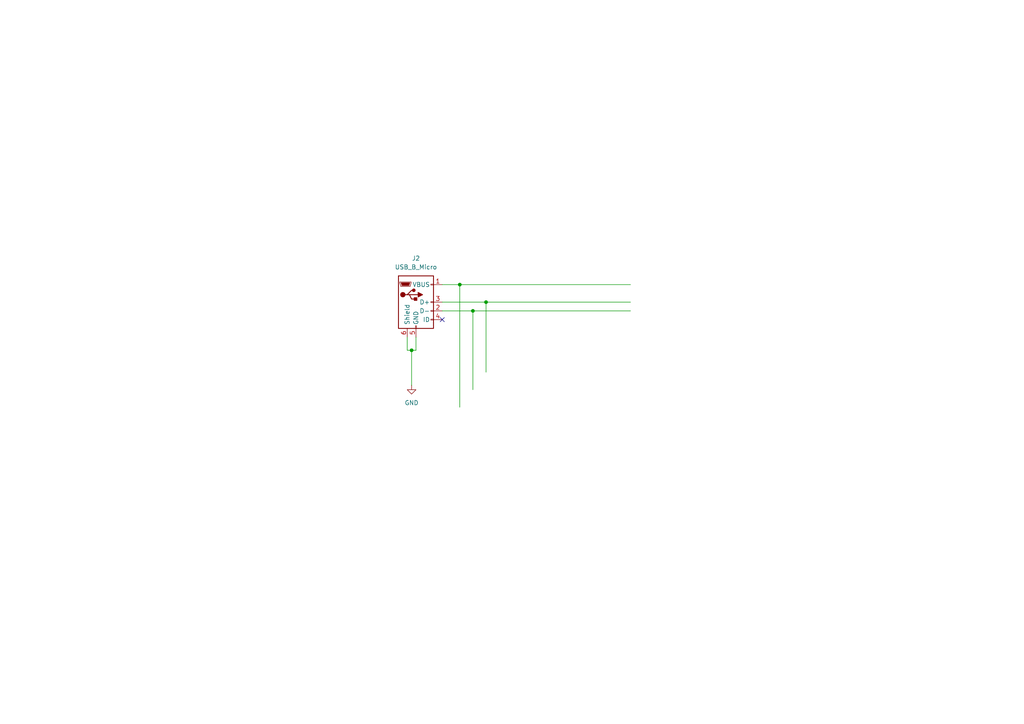
<source format=kicad_sch>
(kicad_sch (version 20250114) (generator "eeschema") (generator_version "9.0")
  (paper "A4")
  (lib_symbols
    (symbol "Connector:USB_B_Micro" (pin_names (offset 1.016))
      (property "Reference" "J2" (at 0 12.7 0))
      (property "Value" "USB_B_Micro" (at 0 10.16 0))
      (symbol "USB_B_Micro_0_1"
        (rectangle (start -5.08 7.62) (end 5.08 -7.62) (stroke (width 0.254)))
        (polyline (pts (xy -4.699 5.842) (xy -4.699 5.588) (xy -4.445 4.826) (xy -4.445 4.572) (xy -1.651 4.572) (xy -1.651 4.826) (xy -1.397 5.588) (xy -1.397 5.842) (xy -4.699 5.842)))
        (polyline (pts (xy -4.318 5.588) (xy -1.778 5.588) (xy -2.032 4.826) (xy -4.064 4.826) (xy -4.318 5.588)) (fill (type outline)))
        (circle (center -3.81 2.159) (radius 0.635) (stroke (width 0.254)) (fill (type outline)))
        (polyline (pts (xy -3.175 2.159) (xy -2.54 2.159) (xy -1.27 3.429) (xy -0.635 3.429)) (stroke (width 0.254)))
        (polyline (pts (xy -2.54 2.159) (xy -1.905 2.159) (xy -1.27 0.889) (xy 0 0.889)) (stroke (width 0.254)))
        (polyline (pts (xy -1.905 2.159) (xy 0.635 2.159)) (stroke (width 0.254)))
        (circle (center -0.635 3.429) (radius 0.381) (stroke (width 0.254)) (fill (type outline)))
        (rectangle (start -0.127 -7.62) (end 0.127 -6.858))
        (rectangle (start 0.254 1.27) (end -0.508 0.508) (stroke (width 0.254)) (fill (type outline)))
        (polyline (pts (xy 0.635 2.794) (xy 0.635 1.524) (xy 1.905 2.159) (xy 0.635 2.794)) (stroke (width 0.254)) (fill (type outline)))
        (rectangle (start 5.08 4.953) (end 4.318 5.207))
        (rectangle (start 5.08 -0.127) (end 4.318 0.127))
        (rectangle (start 5.08 -2.667) (end 4.318 -2.413))
        (rectangle (start 5.08 -5.207) (end 4.318 -4.953))
      )
      (symbol "USB_B_Micro_1_1"
        (pin passive line (at -2.54 -10.16 90) (length 2.54) (name "Shield") (number "6"))
        (pin power_out line (at 0 -10.16 90) (length 2.54) (name "GND") (number "5"))
        (pin power_out line (at 7.62 5.08 180) (length 2.54) (name "VBUS") (number "1"))
        (pin bidirectional line (at 7.62 0 180) (length 2.54) (name "D+") (number "3"))
        (pin bidirectional line (at 7.62 -2.54 180) (length 2.54) (name "D-") (number "2"))
        (pin passive line (at 7.62 -5.08 180) (length 2.54) (name "ID") (number "4"))
      )
    )
    (symbol "power:GND" (power) (pin_numbers (hide yes)) (pin_names (offset 0) (hide yes))
      (property "Value" "GND" (at 0 -3.81 0))
      (symbol "GND_0_1"
        (polyline (pts (xy 0 0) (xy 0 -1.27) (xy 1.27 -1.27) (xy 0 -2.54) (xy -1.27 -1.27) (xy 0 -1.27)))
      )
      (symbol "GND_1_1"
        (pin power_in line (at 0 0 270) (length 0) (name "~") (number "1"))
      )
    )
  )
  (junction (at 133.35 82.55))
  (junction (at 137.16 90.17))
  (junction (at 140.97 87.63))
  (junction (at 119.38 101.6))
  (no_connect (at 128.27 92.71))
  (wire (pts (xy 133.35 82.55) (xy 133.35 118.11)))
  (wire (pts (xy 137.16 90.17) (xy 137.16 113.03)))
  (wire (pts (xy 118.11 97.79) (xy 118.11 101.6)))
  (wire (pts (xy 133.35 82.55) (xy 182.88 82.55)))
  (wire (pts (xy 128.27 90.17) (xy 137.16 90.17)))
  (wire (pts (xy 119.38 101.6) (xy 120.65 101.6)))
  (wire (pts (xy 137.16 90.17) (xy 182.88 90.17)))
  (wire (pts (xy 120.65 97.79) (xy 120.65 101.6)))
  (wire (pts (xy 140.97 87.63) (xy 182.88 87.63)))
  (wire (pts (xy 140.97 87.63) (xy 140.97 107.95)))
  (wire (pts (xy 118.11 101.6) (xy 119.38 101.6)))
  (wire (pts (xy 128.27 87.63) (xy 140.97 87.63)))
  (wire (pts (xy 128.27 82.55) (xy 133.35 82.55)))
  (wire (pts (xy 119.38 111.76) (xy 119.38 101.6)))
  (symbol (lib_id "Connector:USB_B_Micro") (at 120.65 87.63 0) (unit 1)
    (property "Reference" "J2" (at 120.65 74.93 0))
    (property "Value" "USB_B_Micro" (at 120.65 77.47 0))
    (property "Footprint" "Connector_USB:USB_Micro-B_Amphenol_10118193-0001LF_Horizontal" (effects (hide yes)))
    (property "Description" "USB Micro Type B connector" (effects (hide yes)))
  )
  (symbol (lib_id "power:GND") (at 119.38 111.76 0) (unit 1)
    (property "Reference" "#PWR011" (effects (hide yes)))
    (property "Value" "GND" (at 119.38 116.84 0))
    (property "Description" "Power symbol creates a global label with name \"GND\" , ground" (effects (hide yes)))
  )
)
</source>
